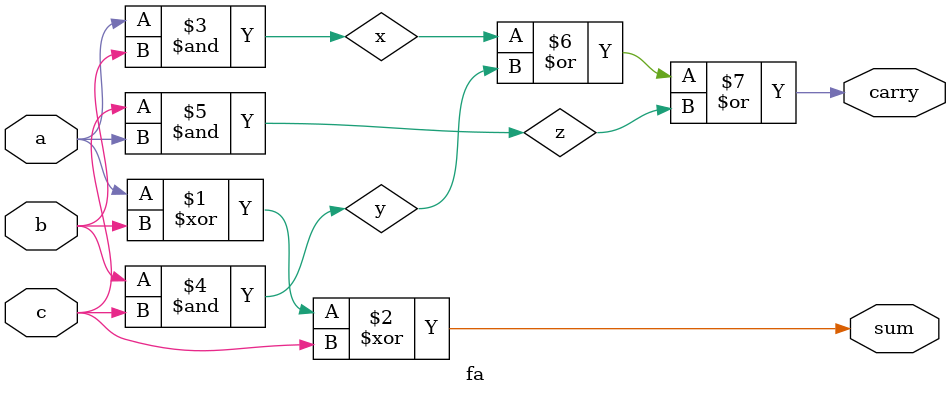
<source format=v>
module fa(sum,carry,a,b,c);
	input a,b,c;
	output sum,carry;
	
	wire x,y,z;
	
	xor a1(sum,a,b,c); //sum
	and a2(x,a,b);
	and a3(y,b,c);
	and a4(z,c,a);
	
	or a5(carry,x,y,z);
	
endmodule

</source>
